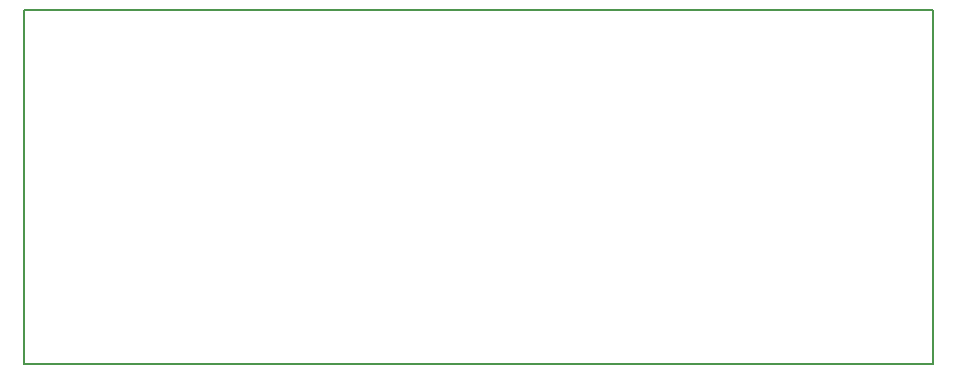
<source format=gm1>
G04 #@! TF.FileFunction,Profile,NP*
%FSLAX46Y46*%
G04 Gerber Fmt 4.6, Leading zero omitted, Abs format (unit mm)*
G04 Created by KiCad (PCBNEW 4.0.5) date 03/21/18 15:22:20*
%MOMM*%
%LPD*%
G01*
G04 APERTURE LIST*
%ADD10C,0.100000*%
%ADD11C,0.150000*%
G04 APERTURE END LIST*
D10*
D11*
X61000000Y-151000000D02*
X61000000Y-121000000D01*
X138000000Y-151000000D02*
X61000000Y-151000000D01*
X138000000Y-121000000D02*
X138000000Y-151000000D01*
X61000000Y-121000000D02*
X138000000Y-121000000D01*
M02*

</source>
